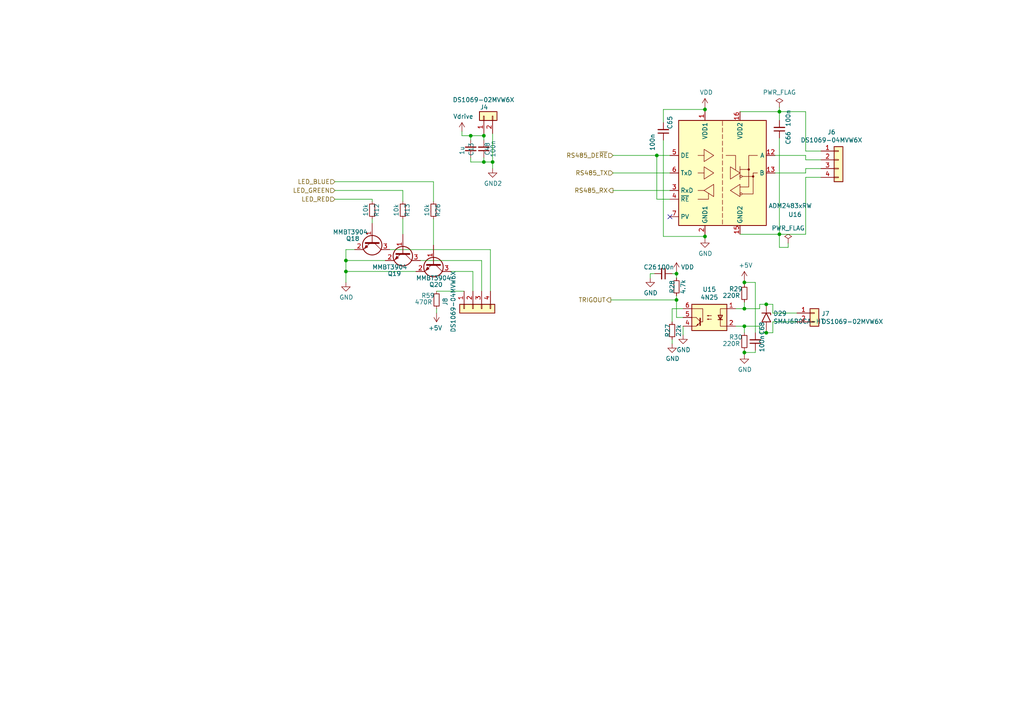
<source format=kicad_sch>
(kicad_sch (version 20200618) (host eeschema "5.99.0-unknown-f3f1740~101~ubuntu18.04.1")
  (page 3 8)
  (paper "A4")
  (lib_symbols
    (symbol "Connector_Generic:Conn_01x02" (pin_names hide)
      (property "Reference" "J" (at 0 2.54 0))
      (property "Value" "Conn_01x02" (at 0 -5.08 0))
      (symbol "Conn_01x02_1_1"
        (rectangle (start -1.27 -2.413) (end 0 -2.667))
        (rectangle (start -1.27 0.127) (end 0 -0.127))
        (rectangle (start -1.27 1.27) (end 1.27 -3.81) (stroke (width 0.254)) (fill (type background)))
        (pin passive line (at -5.08 0 0) (length 3.81) (name "Pin_1") (number "1"))
        (pin passive line (at -5.08 -2.54 0) (length 3.81) (name "Pin_2") (number "2"))
      )
    )
    (symbol "Connector_Generic:Conn_01x04" (pin_names hide)
      (property "Reference" "J" (at 0 5.08 0))
      (property "Value" "Conn_01x04" (at 0 -7.62 0))
      (symbol "Conn_01x04_1_1"
        (rectangle (start -1.27 -4.953) (end 0 -5.207))
        (rectangle (start -1.27 -2.413) (end 0 -2.667))
        (rectangle (start -1.27 2.667) (end 0 2.413))
        (rectangle (start -1.27 3.81) (end 1.27 -6.35) (stroke (width 0.254)) (fill (type background)))
        (rectangle (start -1.27 0.127) (end 0 -0.127))
        (pin passive line (at -5.08 2.54 0) (length 3.81) (name "Pin_1") (number "1"))
        (pin passive line (at -5.08 0 0) (length 3.81) (name "Pin_2") (number "2"))
        (pin passive line (at -5.08 -2.54 0) (length 3.81) (name "Pin_3") (number "3"))
        (pin passive line (at -5.08 -5.08 0) (length 3.81) (name "Pin_4") (number "4"))
      )
    )
    (symbol "Device:C_Small" (pin_numbers hide) (pin_names (offset 0.254) hide)
      (property "Reference" "C" (at 0.254 1.778 0))
      (property "Value" "C_Small" (at 0.254 -2.032 0))
      (symbol "C_Small_0_1"
        (polyline (pts (xy -1.524 -0.508) (xy 1.524 -0.508)) (stroke (width 0.3302)))
        (polyline (pts (xy -1.524 0.508) (xy 1.524 0.508)) (stroke (width 0.3048)))
      )
      (symbol "C_Small_1_1"
        (pin passive line (at 0 2.54 270) (length 2.032) (name "~") (number "1"))
        (pin passive line (at 0 -2.54 90) (length 2.032) (name "~") (number "2"))
      )
    )
    (symbol "Device:C_Small_1" (pin_numbers hide) (pin_names (offset 0.254) hide)
      (property "Reference" "C" (at 0.254 1.778 0))
      (property "Value" "C_Small" (at 0.254 -2.032 0))
      (symbol "C_Small_1_0_1"
        (polyline (pts (xy -1.524 -0.508) (xy 1.524 -0.508)) (stroke (width 0.3302)))
        (polyline (pts (xy -1.524 0.508) (xy 1.524 0.508)) (stroke (width 0.3048)))
      )
      (symbol "C_Small_1_1_1"
        (pin passive line (at 0 2.54 270) (length 2.032) (name "~") (number "1"))
        (pin passive line (at 0 -2.54 90) (length 2.032) (name "~") (number "2"))
      )
    )
    (symbol "Device:C_Small_3" (pin_numbers hide) (pin_names (offset 0.254) hide)
      (property "Reference" "C" (at 0.254 1.778 0))
      (property "Value" "C_Small" (at 0.254 -2.032 0))
      (symbol "C_Small_3_0_1"
        (polyline (pts (xy -1.524 -0.508) (xy 1.524 -0.508)) (stroke (width 0.3302)))
        (polyline (pts (xy -1.524 0.508) (xy 1.524 0.508)) (stroke (width 0.3048)))
      )
      (symbol "C_Small_3_1_1"
        (pin passive line (at 0 2.54 270) (length 2.032) (name "~") (number "1"))
        (pin passive line (at 0 -2.54 90) (length 2.032) (name "~") (number "2"))
      )
    )
    (symbol "Device:C_Small_4" (pin_numbers hide) (pin_names (offset 0.254) hide)
      (property "Reference" "C" (at 0.254 1.778 0))
      (property "Value" "C_Small" (at 0.254 -2.032 0))
      (symbol "C_Small_4_0_1"
        (polyline (pts (xy -1.524 -0.508) (xy 1.524 -0.508)) (stroke (width 0.3302)))
        (polyline (pts (xy -1.524 0.508) (xy 1.524 0.508)) (stroke (width 0.3048)))
      )
      (symbol "C_Small_4_1_1"
        (pin passive line (at 0 2.54 270) (length 2.032) (name "~") (number "1"))
        (pin passive line (at 0 -2.54 90) (length 2.032) (name "~") (number "2"))
      )
    )
    (symbol "Device:C_Small_5" (pin_numbers hide) (pin_names (offset 0.254) hide)
      (property "Reference" "C" (at 0.254 1.778 0))
      (property "Value" "C_Small" (at 0.254 -2.032 0))
      (symbol "C_Small_5_0_1"
        (polyline (pts (xy -1.524 -0.508) (xy 1.524 -0.508)) (stroke (width 0.3302)))
        (polyline (pts (xy -1.524 0.508) (xy 1.524 0.508)) (stroke (width 0.3048)))
      )
      (symbol "C_Small_5_1_1"
        (pin passive line (at 0 2.54 270) (length 2.032) (name "~") (number "1"))
        (pin passive line (at 0 -2.54 90) (length 2.032) (name "~") (number "2"))
      )
    )
    (symbol "Device:R_Small" (pin_numbers hide) (pin_names (offset 0.254) hide)
      (property "Reference" "R" (at 0.762 0.508 0))
      (property "Value" "R_Small" (at 0.762 -1.016 0))
      (symbol "R_Small_0_1"
        (rectangle (start -0.762 1.778) (end 0.762 -1.778) (stroke (width 0.2032)))
      )
      (symbol "R_Small_1_1"
        (pin passive line (at 0 2.54 270) (length 0.762) (name "~") (number "1"))
        (pin passive line (at 0 -2.54 90) (length 0.762) (name "~") (number "2"))
      )
    )
    (symbol "Device:R_Small_1" (pin_numbers hide) (pin_names (offset 0.254) hide)
      (property "Reference" "R" (at 0.762 0.508 0))
      (property "Value" "R_Small" (at 0.762 -1.016 0))
      (symbol "R_Small_1_0_1"
        (rectangle (start -0.762 1.778) (end 0.762 -1.778) (stroke (width 0.2032)))
      )
      (symbol "R_Small_1_1_1"
        (pin passive line (at 0 2.54 270) (length 0.762) (name "~") (number "1"))
        (pin passive line (at 0 -2.54 90) (length 0.762) (name "~") (number "2"))
      )
    )
    (symbol "Device:R_Small_16" (pin_numbers hide) (pin_names (offset 0.254) hide)
      (property "Reference" "R" (at 0.762 0.508 0))
      (property "Value" "R_Small" (at 0.762 -1.016 0))
      (symbol "R_Small_16_0_1"
        (rectangle (start -0.762 1.778) (end 0.762 -1.778) (stroke (width 0.2032)))
      )
      (symbol "R_Small_16_1_1"
        (pin passive line (at 0 2.54 270) (length 0.762) (name "~") (number "1"))
        (pin passive line (at 0 -2.54 90) (length 0.762) (name "~") (number "2"))
      )
    )
    (symbol "Device:R_Small_5" (pin_numbers hide) (pin_names (offset 0.254) hide)
      (property "Reference" "R" (at 0.762 0.508 0))
      (property "Value" "R_Small" (at 0.762 -1.016 0))
      (symbol "R_Small_5_0_1"
        (rectangle (start -0.762 1.778) (end 0.762 -1.778) (stroke (width 0.2032)))
      )
      (symbol "R_Small_5_1_1"
        (pin passive line (at 0 2.54 270) (length 0.762) (name "~") (number "1"))
        (pin passive line (at 0 -2.54 90) (length 0.762) (name "~") (number "2"))
      )
    )
    (symbol "Device:R_Small_6" (pin_numbers hide) (pin_names (offset 0.254) hide)
      (property "Reference" "R" (at 0.762 0.508 0))
      (property "Value" "R_Small" (at 0.762 -1.016 0))
      (symbol "R_Small_6_0_1"
        (rectangle (start -0.762 1.778) (end 0.762 -1.778) (stroke (width 0.2032)))
      )
      (symbol "R_Small_6_1_1"
        (pin passive line (at 0 2.54 270) (length 0.762) (name "~") (number "1"))
        (pin passive line (at 0 -2.54 90) (length 0.762) (name "~") (number "2"))
      )
    )
    (symbol "Device:R_Small_7" (pin_numbers hide) (pin_names (offset 0.254) hide)
      (property "Reference" "R" (at 0.762 0.508 0))
      (property "Value" "R_Small" (at 0.762 -1.016 0))
      (symbol "R_Small_7_0_1"
        (rectangle (start -0.762 1.778) (end 0.762 -1.778) (stroke (width 0.2032)))
      )
      (symbol "R_Small_7_1_1"
        (pin passive line (at 0 2.54 270) (length 0.762) (name "~") (number "1"))
        (pin passive line (at 0 -2.54 90) (length 0.762) (name "~") (number "2"))
      )
    )
    (symbol "Device:R_Small_8" (pin_numbers hide) (pin_names (offset 0.254) hide)
      (property "Reference" "R" (at 0.762 0.508 0))
      (property "Value" "R_Small" (at 0.762 -1.016 0))
      (symbol "R_Small_8_0_1"
        (rectangle (start -0.762 1.778) (end 0.762 -1.778) (stroke (width 0.2032)))
      )
      (symbol "R_Small_8_1_1"
        (pin passive line (at 0 2.54 270) (length 0.762) (name "~") (number "1"))
        (pin passive line (at 0 -2.54 90) (length 0.762) (name "~") (number "2"))
      )
    )
    (symbol "Device:R_Small_9" (pin_numbers hide) (pin_names (offset 0.254) hide)
      (property "Reference" "R" (at 0.762 0.508 0))
      (property "Value" "R_Small" (at 0.762 -1.016 0))
      (symbol "R_Small_9_0_1"
        (rectangle (start -0.762 1.778) (end 0.762 -1.778) (stroke (width 0.2032)))
      )
      (symbol "R_Small_9_1_1"
        (pin passive line (at 0 2.54 270) (length 0.762) (name "~") (number "1"))
        (pin passive line (at 0 -2.54 90) (length 0.762) (name "~") (number "2"))
      )
    )
    (symbol "Diode:1.5KExxA" (pin_numbers hide) (pin_names hide)
      (property "Reference" "D" (at 0 2.54 0))
      (property "Value" "1.5KExxA" (at 0 -2.54 0))
      (symbol "1.5KExxA_0_1"
        (polyline (pts (xy -0.762 1.27) (xy -1.27 1.27) (xy -1.27 -1.27)) (stroke (width 0.254)))
        (polyline (pts (xy 1.27 1.27) (xy 1.27 -1.27) (xy -1.27 0) (xy 1.27 1.27)) (stroke (width 0.254)))
      )
      (symbol "1.5KExxA_1_1"
        (pin passive line (at -3.81 0 0) (length 2.54) (name "A1") (number "1"))
        (pin passive line (at 3.81 0 180) (length 2.54) (name "A2") (number "2"))
      )
    )
    (symbol "Interface_UART:ADM2483xRW" (pin_names (offset 0.508))
      (property "Reference" "U" (at -12.7 16.51 0))
      (property "Value" "ADM2483xRW" (at 6.35 16.51 0))
      (symbol "ADM2483xRW_0_1"
        (circle (center 5.3848 -6.0706) (radius 0.3048))
        (circle (center 5.3848 -0.9906) (radius 0.3048))
        (circle (center 7.62 1.016) (radius 0.254) (fill (type outline)))
        (circle (center 8.89 -1.016) (radius 0.254) (fill (type outline)))
        (rectangle (start -12.7 15.24) (end 12.7 -15.24) (stroke (width 0.254)) (fill (type background)))
        (polyline (pts (xy -5.334 -5.08) (xy -7.112 -5.08)))
        (polyline (pts (xy -5.334 0) (xy -7.112 0)))
        (polyline (pts (xy -5.334 5.08) (xy -7.112 5.08)))
        (polyline (pts (xy 5.08 1.016) (xy 7.62 1.016)))
        (polyline (pts (xy 5.08 1.905) (xy 5.08 -1.905)))
        (polyline (pts (xy 5.715 -1.016) (xy 8.89 -1.016)))
        (polyline (pts (xy -7.112 -7.62) (xy -4.064 -7.62) (xy -4.064 -5.969)))
        (polyline (pts (xy 1.016 5.08) (xy 3.81 5.08) (xy 3.81 0.889)))
        (polyline (pts (xy -5.334 -5.08) (xy -2.54 -3.302) (xy -2.54 -6.858) (xy -5.334 -5.08)))
        (polyline (pts (xy -2.54 0) (xy -5.334 1.778) (xy -5.334 -1.778) (xy -2.54 0)))
        (polyline (pts (xy -2.54 5.08) (xy -5.334 6.858) (xy -5.334 3.302) (xy -2.54 5.08)))
        (polyline (pts (xy 2.286 -5.08) (xy 5.08 -3.302) (xy 5.08 -6.858) (xy 2.286 -5.08)))
        (polyline (pts (xy 5.08 -4.064) (xy 7.62 -4.064) (xy 7.62 5.08) (xy 10.16 5.08)))
        (polyline (pts (xy 5.08 0) (xy 2.286 1.778) (xy 2.286 -1.778) (xy 5.08 0)))
        (polyline (pts (xy 5.715 -6.096) (xy 8.89 -6.096) (xy 8.89 0) (xy 10.16 0)))
      )
      (symbol "ADM2483xRW_0_0"
        (polyline (pts (xy 0 -13.589) (xy 0 -14.859)))
        (polyline (pts (xy 0 -11.684) (xy 0 -12.954)))
        (polyline (pts (xy 0 -9.779) (xy 0 -11.049)))
        (polyline (pts (xy 0 -7.874) (xy 0 -9.144)))
        (polyline (pts (xy 0 -5.969) (xy 0 -7.239)))
        (polyline (pts (xy 0 -4.064) (xy 0 -5.334)))
        (polyline (pts (xy 0 -2.159) (xy 0 -3.429)))
        (polyline (pts (xy 0 -0.254) (xy 0 -1.524)))
        (polyline (pts (xy 0 1.651) (xy 0 0.381)))
        (polyline (pts (xy 0 3.556) (xy 0 2.286)))
        (polyline (pts (xy 0 5.461) (xy 0 4.191)))
        (polyline (pts (xy 0 7.366) (xy 0 6.096)))
        (polyline (pts (xy 0 9.271) (xy 0 8.001)))
        (polyline (pts (xy 0 11.176) (xy 0 9.906)))
        (polyline (pts (xy 0 13.081) (xy 0 11.811)))
        (polyline (pts (xy 0 14.986) (xy 0 13.716)))
      )
      (symbol "ADM2483xRW_1_1"
        (pin power_in line (at -5.08 17.78 270) (length 2.54) (name "VDD1") (number "1"))
        (pin unconnected line (at 7.62 -15.24 90) (length 2.54) hide (name "NC") (number "10"))
        (pin unconnected line (at 12.7 -7.62 180) (length 2.54) hide (name "NC") (number "11"))
        (pin bidirectional line (at 15.24 5.08 180) (length 2.54) (name "A") (number "12"))
        (pin bidirectional line (at 15.24 0 180) (length 2.54) (name "B") (number "13"))
        (pin unconnected line (at 12.7 7.62 180) (length 2.54) hide (name "NC") (number "14"))
        (pin power_in line (at 5.08 -17.78 90) (length 2.54) (name "GND2") (number "15"))
        (pin power_in line (at 5.08 17.78 270) (length 2.54) (name "VDD2") (number "16"))
        (pin power_in line (at -5.08 -17.78 90) (length 2.54) (name "GND1") (number "2"))
        (pin output line (at -15.24 -5.08 0) (length 2.54) (name "RxD") (number "3"))
        (pin input line (at -15.24 -7.62 0) (length 2.54) (name "~RE") (number "4"))
        (pin input line (at -15.24 5.08 0) (length 2.54) (name "DE") (number "5"))
        (pin input line (at -15.24 0 0) (length 2.54) (name "TxD") (number "6"))
        (pin input line (at -15.24 -12.7 0) (length 2.54) (name "PV") (number "7"))
        (pin passive line (at -5.08 -17.78 90) (length 2.54) hide (name "GND1") (number "8"))
        (pin passive line (at 5.08 -17.78 90) (length 2.54) hide (name "GND2") (number "9"))
      )
    )
    (symbol "Isolator:4N25"
      (property "Reference" "U" (at -5.08 5.08 0))
      (property "Value" "4N25" (at 0 5.08 0))
      (symbol "4N25_0_1"
        (rectangle (start -5.08 3.81) (end 5.08 -3.81) (stroke (width 0.254)) (fill (type background)))
        (polyline (pts (xy -3.81 -0.635) (xy -2.54 -0.635)) (stroke (width 0.254)))
        (polyline (pts (xy 2.667 -1.397) (xy 3.81 -2.54)))
        (polyline (pts (xy 2.667 -1.143) (xy 3.81 0)))
        (polyline (pts (xy 3.81 -2.54) (xy 5.08 -2.54)))
        (polyline (pts (xy 3.81 0) (xy 5.08 0)))
        (polyline (pts (xy 2.667 -0.254) (xy 2.667 -2.286) (xy 2.667 -2.286)) (stroke (width 0.3556)))
        (polyline (pts (xy -5.08 -2.54) (xy -3.175 -2.54) (xy -3.175 2.54) (xy -5.08 2.54)))
        (polyline (pts (xy -3.175 -0.635) (xy -3.81 0.635) (xy -2.54 0.635) (xy -3.175 -0.635)) (stroke (width 0.254)))
        (polyline (pts (xy 3.683 -2.413) (xy 3.429 -1.905) (xy 3.175 -2.159) (xy 3.683 -2.413)))
        (polyline (pts (xy 5.08 2.54) (xy 1.905 2.54) (xy 1.905 -1.27) (xy 2.54 -1.27)))
        (polyline (pts (xy -0.635 -0.508) (xy 0.635 -0.508) (xy 0.254 -0.635) (xy 0.254 -0.381) (xy 0.635 -0.508)))
        (polyline (pts (xy -0.635 0.508) (xy 0.635 0.508) (xy 0.254 0.381) (xy 0.254 0.635) (xy 0.635 0.508)))
      )
      (symbol "4N25_1_1"
        (pin passive line (at -7.62 2.54 0) (length 2.54) (name "~") (number "1"))
        (pin passive line (at -7.62 -2.54 0) (length 2.54) (name "~") (number "2"))
        (pin unconnected line (at -5.08 0 0) (length 2.54) hide (name "NC") (number "3"))
        (pin passive line (at 7.62 -2.54 180) (length 2.54) (name "~") (number "4"))
        (pin passive line (at 7.62 0 180) (length 2.54) (name "~") (number "5"))
        (pin passive line (at 7.62 2.54 180) (length 2.54) (name "~") (number "6"))
      )
    )
    (symbol "Transistor_BJT:MMBT3904" (pin_names (offset 0) hide)
      (property "Reference" "Q" (at 5.08 1.905 0))
      (property "Value" "MMBT3904" (at 5.08 0 0))
      (symbol "MMBT3904_0_1"
        (circle (center 1.27 0) (radius 2.8194) (stroke (width 0.254)))
        (polyline (pts (xy 0.635 0.635) (xy 2.54 2.54)))
        (polyline (pts (xy 0.635 -0.635) (xy 2.54 -2.54) (xy 2.54 -2.54)))
        (polyline (pts (xy 0.635 1.905) (xy 0.635 -1.905) (xy 0.635 -1.905)) (stroke (width 0.508)))
        (polyline (pts (xy 1.27 -1.778) (xy 1.778 -1.27) (xy 2.286 -2.286) (xy 1.27 -1.778) (xy 1.27 -1.778)) (fill (type outline)))
      )
      (symbol "MMBT3904_1_1"
        (pin input line (at -5.08 0 0) (length 5.715) (name "B") (number "1"))
        (pin passive line (at 2.54 -5.08 90) (length 2.54) (name "E") (number "2"))
        (pin passive line (at 2.54 5.08 270) (length 2.54) (name "C") (number "3"))
      )
    )
    (symbol "power:+5V" (power) (pin_names (offset 0))
      (property "Value" "+5V" (at 0 3.556 0))
      (symbol "+5V_0_1"
        (polyline (pts (xy -0.762 1.27) (xy 0 2.54)))
        (polyline (pts (xy 0 0) (xy 0 2.54)))
        (polyline (pts (xy 0 2.54) (xy 0.762 1.27)))
      )
      (symbol "+5V_1_1"
        (pin power_in line (at 0 0 90) (length 0) hide (name "+5V") (number "1"))
      )
    )
    (symbol "power:GND" (power) (pin_names (offset 0))
      (property "Value" "GND" (at 0 -3.81 0))
      (symbol "GND_0_1"
        (polyline (pts (xy 0 0) (xy 0 -1.27) (xy 1.27 -1.27) (xy 0 -2.54) (xy -1.27 -1.27) (xy 0 -1.27)))
      )
      (symbol "GND_1_1"
        (pin power_in line (at 0 0 270) (length 0) hide (name "GND") (number "1"))
      )
    )
    (symbol "power:GND2" (power) (pin_names (offset 0))
      (property "Value" "GND2" (at 0 -3.81 0))
      (symbol "GND2_0_1"
        (polyline (pts (xy 0 0) (xy 0 -1.27) (xy 1.27 -1.27) (xy 0 -2.54) (xy -1.27 -1.27) (xy 0 -1.27)))
      )
      (symbol "GND2_1_1"
        (pin power_in line (at 0 0 270) (length 0) hide (name "GND2") (number "1"))
      )
    )
    (symbol "power:PWR_FLAG" (power) (pin_numbers hide) (pin_names (offset 0) hide)
      (property "Value" "PWR_FLAG" (at 0 3.81 0))
      (symbol "PWR_FLAG_0_1"
        (polyline (pts (xy 0 0) (xy 0 1.27) (xy -1.016 1.905) (xy 0 2.54) (xy 1.016 1.905) (xy 0 1.27)))
      )
      (symbol "PWR_FLAG_0_0"
        (pin power_out line (at 0 0 90) (length 0) (name "pwr") (number "1"))
      )
    )
    (symbol "power:VDD" (power) (pin_names (offset 0))
      (property "Value" "VDD" (at 0 3.81 0))
      (symbol "VDD_0_1"
        (polyline (pts (xy -0.762 1.27) (xy 0 2.54)))
        (polyline (pts (xy 0 0) (xy 0 2.54)))
        (polyline (pts (xy 0 2.54) (xy 0.762 1.27)))
      )
      (symbol "VDD_1_1"
        (pin power_in line (at 0 0 90) (length 0) hide (name "VDD") (number "1"))
      )
    )
    (symbol "power:Vdrive" (power) (pin_names (offset 0))
      (property "Value" "Vdrive" (at 0 3.81 0))
      (symbol "Vdrive_0_1"
        (polyline (pts (xy -0.762 1.27) (xy 0 2.54)))
        (polyline (pts (xy 0 0) (xy 0 2.54)))
        (polyline (pts (xy 0 2.54) (xy 0.762 1.27)))
      )
      (symbol "Vdrive_1_1"
        (pin power_in line (at 0 0 90) (length 0) hide (name "Vdrive") (number "1"))
      )
    )
  )
  (junction (at 100.33 75.565))
  (junction (at 100.33 78.74))
  (junction (at 136.525 39.37))
  (junction (at 140.335 39.37))
  (junction (at 140.335 46.99))
  (junction (at 142.875 46.99))
  (junction (at 190.5 45.085))
  (junction (at 196.215 79.375))
  (junction (at 196.215 86.995))
  (junction (at 204.47 31.75))
  (junction (at 204.47 68.58))
  (junction (at 215.9 81.915))
  (junction (at 215.9 89.535))
  (junction (at 215.9 94.615))
  (junction (at 215.9 102.235))
  (junction (at 222.25 88.265))
  (junction (at 222.25 96.52))
  (junction (at 226.06 32.385))
  (junction (at 226.06 67.945))
  (no_connect (at 194.31 62.865))
  (wire (pts (xy 97.155 52.705) (xy 125.73 52.705)))
  (wire (pts (xy 97.155 55.245) (xy 116.84 55.245)))
  (wire (pts (xy 97.155 57.785) (xy 107.95 57.785)))
  (wire (pts (xy 100.33 72.39) (xy 100.33 75.565)))
  (wire (pts (xy 100.33 72.39) (xy 102.87 72.39)))
  (wire (pts (xy 100.33 75.565) (xy 100.33 78.74)))
  (wire (pts (xy 100.33 75.565) (xy 111.76 75.565)))
  (wire (pts (xy 100.33 78.74) (xy 100.33 81.915)))
  (wire (pts (xy 100.33 78.74) (xy 120.65 78.74)))
  (wire (pts (xy 107.95 57.785) (xy 107.95 58.42)))
  (wire (pts (xy 107.95 63.5) (xy 107.95 64.77)))
  (wire (pts (xy 113.03 72.39) (xy 142.24 72.39)))
  (wire (pts (xy 116.84 55.245) (xy 116.84 58.42)))
  (wire (pts (xy 116.84 63.5) (xy 116.84 67.945)))
  (wire (pts (xy 121.92 75.565) (xy 139.7 75.565)))
  (wire (pts (xy 125.73 52.705) (xy 125.73 58.42)))
  (wire (pts (xy 125.73 63.5) (xy 125.73 71.12)))
  (wire (pts (xy 126.619 84.455) (xy 134.62 84.455)))
  (wire (pts (xy 126.619 90.805) (xy 126.619 89.535)))
  (wire (pts (xy 130.81 78.74) (xy 137.16 78.74)))
  (wire (pts (xy 133.985 38.1) (xy 133.985 39.37)))
  (wire (pts (xy 133.985 39.37) (xy 136.525 39.37)))
  (wire (pts (xy 136.525 39.37) (xy 136.525 40.64)))
  (wire (pts (xy 136.525 39.37) (xy 140.335 39.37)))
  (wire (pts (xy 136.525 45.72) (xy 136.525 46.99)))
  (wire (pts (xy 136.525 46.99) (xy 140.335 46.99)))
  (wire (pts (xy 137.16 78.74) (xy 137.16 84.455)))
  (wire (pts (xy 139.7 84.455) (xy 139.7 75.565)))
  (wire (pts (xy 140.335 38.735) (xy 140.335 39.37)))
  (wire (pts (xy 140.335 39.37) (xy 140.335 40.64)))
  (wire (pts (xy 140.335 46.99) (xy 140.335 45.72)))
  (wire (pts (xy 140.335 46.99) (xy 142.875 46.99)))
  (wire (pts (xy 142.24 72.39) (xy 142.24 84.455)))
  (wire (pts (xy 142.875 38.735) (xy 142.875 46.99)))
  (wire (pts (xy 142.875 46.99) (xy 142.875 48.895)))
  (wire (pts (xy 177.165 86.995) (xy 196.215 86.995)))
  (wire (pts (xy 177.8 45.085) (xy 190.5 45.085)))
  (wire (pts (xy 177.8 50.165) (xy 194.31 50.165)))
  (wire (pts (xy 177.8 55.245) (xy 194.31 55.245)))
  (wire (pts (xy 188.595 79.375) (xy 188.595 80.645)))
  (wire (pts (xy 189.865 79.375) (xy 188.595 79.375)))
  (wire (pts (xy 190.5 45.085) (xy 194.31 45.085)))
  (wire (pts (xy 190.5 57.785) (xy 190.5 45.085)))
  (wire (pts (xy 192.405 31.75) (xy 192.405 35.56)))
  (wire (pts (xy 192.405 31.75) (xy 204.47 31.75)))
  (wire (pts (xy 192.405 40.64) (xy 192.405 68.58)))
  (wire (pts (xy 192.405 68.58) (xy 204.47 68.58)))
  (wire (pts (xy 194.31 57.785) (xy 190.5 57.785)))
  (wire (pts (xy 194.945 79.375) (xy 196.215 79.375)))
  (wire (pts (xy 194.945 89.535) (xy 198.12 89.535)))
  (wire (pts (xy 194.945 93.345) (xy 194.945 89.535)))
  (wire (pts (xy 194.945 98.425) (xy 194.945 99.695)))
  (wire (pts (xy 196.215 78.74) (xy 196.215 79.375)))
  (wire (pts (xy 196.215 79.375) (xy 196.215 80.645)))
  (wire (pts (xy 196.215 85.725) (xy 196.215 86.995)))
  (wire (pts (xy 196.215 86.995) (xy 196.215 92.075)))
  (wire (pts (xy 196.215 92.075) (xy 198.12 92.075)))
  (wire (pts (xy 198.12 97.155) (xy 198.12 94.615)))
  (wire (pts (xy 204.47 31.115) (xy 204.47 31.75)))
  (wire (pts (xy 204.47 31.75) (xy 204.47 32.385)))
  (wire (pts (xy 204.47 67.945) (xy 204.47 68.58)))
  (wire (pts (xy 204.47 68.58) (xy 204.47 69.215)))
  (wire (pts (xy 213.36 89.535) (xy 215.9 89.535)))
  (wire (pts (xy 213.36 94.615) (xy 215.9 94.615)))
  (wire (pts (xy 214.63 32.385) (xy 226.06 32.385)))
  (wire (pts (xy 214.63 67.945) (xy 226.06 67.945)))
  (wire (pts (xy 215.9 81.28) (xy 215.9 81.915)))
  (wire (pts (xy 215.9 81.915) (xy 215.9 82.55)))
  (wire (pts (xy 215.9 87.63) (xy 215.9 89.535)))
  (wire (pts (xy 215.9 89.535) (xy 220.345 89.535)))
  (wire (pts (xy 215.9 94.615) (xy 215.9 96.52)))
  (wire (pts (xy 215.9 94.615) (xy 220.345 94.615)))
  (wire (pts (xy 215.9 101.6) (xy 215.9 102.235)))
  (wire (pts (xy 215.9 102.235) (xy 215.9 102.87)))
  (wire (pts (xy 215.9 102.235) (xy 219.075 102.235)))
  (wire (pts (xy 219.075 81.915) (xy 215.9 81.915)))
  (wire (pts (xy 219.075 96.52) (xy 219.075 81.915)))
  (wire (pts (xy 219.075 102.235) (xy 219.075 101.6)))
  (wire (pts (xy 220.345 88.265) (xy 220.345 89.535)))
  (wire (pts (xy 220.345 88.265) (xy 222.25 88.265)))
  (wire (pts (xy 220.345 94.615) (xy 220.345 96.52)))
  (wire (pts (xy 220.345 96.52) (xy 222.25 96.52)))
  (wire (pts (xy 222.25 88.265) (xy 224.155 88.265)))
  (wire (pts (xy 222.25 95.885) (xy 222.25 96.52)))
  (wire (pts (xy 222.25 96.52) (xy 224.155 96.52)))
  (wire (pts (xy 224.155 88.265) (xy 224.155 90.805)))
  (wire (pts (xy 224.155 93.345) (xy 231.14 93.345)))
  (wire (pts (xy 224.155 96.52) (xy 224.155 93.345)))
  (wire (pts (xy 224.79 45.085) (xy 233.68 45.085)))
  (wire (pts (xy 224.79 50.165) (xy 233.68 50.165)))
  (wire (pts (xy 226.06 31.115) (xy 226.06 32.385)))
  (wire (pts (xy 226.06 32.385) (xy 226.06 34.925)))
  (wire (pts (xy 226.06 32.385) (xy 233.68 32.385)))
  (wire (pts (xy 226.06 40.005) (xy 226.06 67.945)))
  (wire (pts (xy 226.06 67.945) (xy 226.06 71.755)))
  (wire (pts (xy 226.06 67.945) (xy 233.68 67.945)))
  (wire (pts (xy 226.06 71.755) (xy 228.6 71.755)))
  (wire (pts (xy 228.6 71.755) (xy 228.6 70.485)))
  (wire (pts (xy 231.14 90.805) (xy 224.155 90.805)))
  (wire (pts (xy 233.68 32.385) (xy 233.68 43.815)))
  (wire (pts (xy 233.68 43.815) (xy 238.125 43.815)))
  (wire (pts (xy 233.68 45.085) (xy 233.68 46.355)))
  (wire (pts (xy 233.68 46.355) (xy 238.125 46.355)))
  (wire (pts (xy 233.68 48.895) (xy 238.125 48.895)))
  (wire (pts (xy 233.68 50.165) (xy 233.68 48.895)))
  (wire (pts (xy 233.68 51.435) (xy 233.68 67.945)))
  (wire (pts (xy 238.125 51.435) (xy 233.68 51.435)))
  (hierarchical_label "LED_BLUE" (shape input) (at 97.155 52.705 180))
  (hierarchical_label "LED_GREEN" (shape input) (at 97.155 55.245 180))
  (hierarchical_label "LED_RED" (shape input) (at 97.155 57.785 180))
  (hierarchical_label "TRIGOUT" (shape output) (at 177.165 86.995 180))
  (hierarchical_label "RS485_DE~RE" (shape input) (at 177.8 45.085 180))
  (hierarchical_label "RS485_TX" (shape input) (at 177.8 50.165 180))
  (hierarchical_label "RS485_RX" (shape output) (at 177.8 55.245 180))
  (symbol (lib_id "power:PWR_FLAG") (at 226.06 31.115 0)
    (property "Reference" "#FLG0124" (effects hide))
    (property "Value" "PWR_FLAG" (at 226.06 26.7906 0))
  )
  (symbol (lib_id "power:PWR_FLAG") (at 228.6 70.485 0)
    (property "Reference" "#FLG0125" (effects hide))
    (property "Value" "PWR_FLAG" (at 228.6 66.167 0))
  )
  (symbol (lib_id "power:+5V") (at 126.619 90.805 180)
    (property "Reference" "#PWR0111" (effects hide))
    (property "Value" "+5V" (at 126.2507 95.1294 0))
  )
  (symbol (lib_id "power:Vdrive") (at 133.985 38.1 0)
    (property "Reference" "#PWR0117" (effects hide))
    (property "Value" "Vdrive" (at 134.366 33.782 0))
  )
  (symbol (lib_id "power:VDD") (at 196.215 78.74 0)
    (property "Reference" "#PWR0113" (effects hide))
    (property "Value" "VDD" (at 199.39 77.47 0))
  )
  (symbol (lib_id "power:VDD") (at 204.47 31.115 0)
    (property "Reference" "#PWR071" (effects hide))
    (property "Value" "VDD" (at 204.851 26.797 0))
  )
  (symbol (lib_id "power:+5V") (at 215.9 81.28 0)
    (property "Reference" "#PWR033" (effects hide))
    (property "Value" "+5V" (at 216.2683 76.9556 0))
  )
  (symbol (lib_id "power:GND") (at 100.33 81.915 0)
    (property "Reference" "#PWR0108" (effects hide))
    (property "Value" "GND" (at 100.4443 86.2394 0))
  )
  (symbol (lib_id "power:GND2") (at 142.875 48.895 0)
    (property "Reference" "#PWR0110" (effects hide))
    (property "Value" "GND2" (at 142.9893 53.2194 0))
  )
  (symbol (lib_id "power:GND") (at 188.595 80.645 0)
    (property "Reference" "#PWR0112" (effects hide))
    (property "Value" "GND" (at 188.7093 84.9694 0))
  )
  (symbol (lib_id "power:GND") (at 194.945 99.695 0)
    (property "Reference" "#PWR0114" (effects hide))
    (property "Value" "GND" (at 195.072 104.013 0))
  )
  (symbol (lib_id "power:GND") (at 198.12 97.155 0)
    (property "Reference" "#PWR0115" (effects hide))
    (property "Value" "GND" (at 198.247 101.473 0))
  )
  (symbol (lib_id "power:GND") (at 204.47 69.215 0)
    (property "Reference" "#PWR0107" (effects hide))
    (property "Value" "GND" (at 204.5843 73.5394 0))
  )
  (symbol (lib_id "power:GND") (at 215.9 102.87 0)
    (property "Reference" "#PWR0116" (effects hide))
    (property "Value" "GND" (at 216.027 107.188 0))
  )
  (symbol (lib_name "Device:R_Small_6") (lib_id "Device:R_Small") (at 107.95 60.96 0)
    (property "Reference" "R12" (at 109.22 60.96 90))
    (property "Value" "10k" (at 106.045 60.96 90))
    (property "Footprint" "Resistor_SMD:R_0805_2012Metric" (effects hide))
    (property "Link" "https://ozdisan.com/passive-components/resistors/smt-smd-and-chip-resistors/0805S8J0103T5E" (effects hide))
    (property "Price" "0.01518TL" (effects hide))
  )
  (symbol (lib_name "Device:R_Small_7") (lib_id "Device:R_Small") (at 116.84 60.96 0)
    (property "Reference" "R13" (at 118.11 60.96 90))
    (property "Value" "10k" (at 114.935 60.96 90))
    (property "Footprint" "Resistor_SMD:R_0805_2012Metric" (effects hide))
    (property "Link" "https://ozdisan.com/passive-components/resistors/smt-smd-and-chip-resistors/0805S8J0103T5E" (effects hide))
    (property "Price" "0.01518TL" (effects hide))
  )
  (symbol (lib_name "Device:R_Small_8") (lib_id "Device:R_Small") (at 125.73 60.96 0)
    (property "Reference" "R26" (at 127 60.96 90))
    (property "Value" "10k" (at 123.825 60.96 90))
    (property "Footprint" "Resistor_SMD:R_0805_2012Metric" (effects hide))
    (property "Link" "https://ozdisan.com/passive-components/resistors/smt-smd-and-chip-resistors/0805S8J0103T5E" (effects hide))
    (property "Price" "0.01518TL" (effects hide))
  )
  (symbol (lib_id "Device:R_Small") (at 126.619 86.995 0)
    (property "Reference" "R59" (at 122.174 85.725 0) (effects (justify left)))
    (property "Value" "470R" (at 120.269 87.63 0) (effects (justify left)))
    (property "Footprint" "Resistor_SMD:R_0805_2012Metric" (effects hide))
    (property "Link" "https://ozdisan.com/passive-components/resistors/smt-smd-and-chip-resistors/0805S8J0471T5E" (effects hide))
    (property "Price" "0.01518TL" (effects hide))
  )
  (symbol (lib_name "Device:R_Small_16") (lib_id "Device:R_Small") (at 194.945 95.885 180) (unit 1)
    (property "Reference" "R27" (at 193.675 95.885 90))
    (property "Value" "22k" (at 196.85 95.885 90))
    (property "Footprint" "Resistor_SMD:R_0805_2012Metric" (effects hide))
    (property "Link" "https://ozdisan.com/passive-components/resistors/smt-smd-and-chip-resistors/0805S8J0223TDE" (effects hide))
    (property "Price" "0.01877TL" (effects hide))
  )
  (symbol (lib_name "Device:R_Small_1") (lib_id "Device:R_Small") (at 196.215 83.185 180) (unit 1)
    (property "Reference" "R28" (at 194.945 83.185 90))
    (property "Value" "4.7k" (at 198.12 83.185 90))
    (property "Footprint" "Resistor_SMD:R_0805_2012Metric" (effects hide))
    (property "Link" "https://ozdisan.com/passive-components/resistors/smt-smd-and-chip-resistors/0805S8F4701T5E" (effects hide))
    (property "Price" "0.01955TL" (effects hide))
  )
  (symbol (lib_name "Device:R_Small_5") (lib_id "Device:R_Small") (at 215.9 85.09 0) (unit 1)
    (property "Reference" "R29" (at 211.455 83.82 0) (effects (justify left)))
    (property "Value" "220R" (at 209.55 85.725 0) (effects (justify left)))
    (property "Footprint" "Resistor_SMD:R_0805_2012Metric" (effects hide))
    (property "Link" "https://ozdisan.com/passive-components/resistors/smt-smd-and-chip-resistors/0805S8J0221T5E" (effects hide))
    (property "Price" "0.01498TL" (effects hide))
  )
  (symbol (lib_name "Device:R_Small_9") (lib_id "Device:R_Small") (at 215.9 99.06 0) (unit 1)
    (property "Reference" "R30" (at 211.455 97.79 0) (effects (justify left)))
    (property "Value" "220R" (at 209.55 99.695 0) (effects (justify left)))
    (property "Footprint" "Resistor_SMD:R_0805_2012Metric" (effects hide))
    (property "Link" "https://ozdisan.com/passive-components/resistors/smt-smd-and-chip-resistors/0805S8J0221T5E" (effects hide))
    (property "Price" "0.01498TL" (effects hide))
  )
  (symbol (lib_name "Device:C_Small_3") (lib_id "Device:C_Small") (at 136.525 43.18 180)
    (property "Reference" "C13" (at 136.652 43.307 90))
    (property "Value" "1u " (at 133.985 43.18 90))
    (property "Footprint" "Capacitor_SMD:C_0805_2012Metric" (effects hide))
    (property "Link" "https://ozdisan.com/passive-components/capacitors/smt-smd-and-mlcc-capacitors/CL10A105KB8NNNC" (effects hide))
    (property "Price" "0.16514TL" (effects hide))
  )
  (symbol (lib_name "Device:C_Small_4") (lib_id "Device:C_Small") (at 140.335 43.18 180)
    (property "Reference" "C48" (at 141.351 43.18 90))
    (property "Value" "100n" (at 143.002 43.18 90))
    (property "Footprint" "Capacitor_SMD:C_0805_2012Metric" (effects hide))
    (property "Link" "https://ozdisan.com/passive-components/capacitors/smt-smd-and-mlcc-capacitors/CL21B104KBFWPNE" (effects hide))
    (property "Price" "0.10509TL" (effects hide))
  )
  (symbol (lib_id "Device:C_Small") (at 192.405 38.1 180)
    (property "Reference" "C65" (at 194.31 35.56 90))
    (property "Value" "100n" (at 189.23 41.275 90))
    (property "Footprint" "Capacitor_SMD:C_0805_2012Metric" (effects hide))
    (property "Link" "https://ozdisan.com/passive-components/capacitors/smt-smd-and-mlcc-capacitors/CL21B104KBFWPNE" (effects hide))
    (property "Price" "0.10509TL" (effects hide))
  )
  (symbol (lib_name "Device:C_Small_1") (lib_id "Device:C_Small") (at 192.405 79.375 270)
    (property "Reference" "C26" (at 188.595 77.47 90))
    (property "Value" "100n" (at 193.04 77.47 90))
    (property "Footprint" "Capacitor_SMD:C_0805_2012Metric" (effects hide))
    (property "Link" "https://ozdisan.com/passive-components/capacitors/smt-smd-and-mlcc-capacitors/CL21B104KBFWPNE" (effects hide))
    (property "Price" "0.10509TL" (effects hide))
  )
  (symbol (lib_name "Device:C_Small_5") (lib_id "Device:C_Small") (at 219.075 99.06 180)
    (property "Reference" "C68" (at 220.98 95.25 90))
    (property "Value" "100n" (at 220.98 99.695 90))
    (property "Footprint" "Capacitor_SMD:C_0805_2012Metric" (effects hide))
    (property "Link" "https://ozdisan.com/passive-components/capacitors/smt-smd-and-mlcc-capacitors/CL21B104KBFWPNE" (effects hide))
    (property "Price" "0.10509TL" (effects hide))
  )
  (symbol (lib_id "Device:C_Small") (at 226.06 37.465 180)
    (property "Reference" "C66" (at 228.6 40.005 90))
    (property "Value" "100n" (at 228.6 34.29 90))
    (property "Footprint" "Capacitor_SMD:C_0805_2012Metric" (effects hide))
    (property "Link" "https://ozdisan.com/passive-components/capacitors/smt-smd-and-mlcc-capacitors/CL21B104KBFWPNE" (effects hide))
    (property "Price" "0.10509TL" (effects hide))
  )
  (symbol (lib_id "Diode:1.5KExxA") (at 222.25 92.075 270)
    (property "Reference" "D29" (at 224.2821 90.9256 90) (effects (justify left)))
    (property "Value" "SMAJ6R0CA-HT" (at 224.2821 93.2243 90) (effects (justify left)))
    (property "Footprint" "oe_diode:DO214AC_SMA" (effects hide))
    (property "Link" "https://ozdisan.com/power-semiconductors/diodes-diode-modules-and-rectifiers/tvs-diodes/SMAJ6R0CA-HT" (effects hide))
    (property "Price" "0.67195TL" (effects hide))
  )
  (symbol (lib_id "Connector_Generic:Conn_01x02") (at 140.335 33.655 90)
    (property "Reference" "J4" (at 141.605 31.115 90) (effects (justify left)))
    (property "Value" "DS1069-02MVW6X" (at 149.225 28.956 90) (effects (justify left)))
    (property "Footprint" "Connector_JST:JST_EH_B2B-EH-A_1x02_P2.50mm_Vertical" (effects hide))
    (property "Link" "https://ozdisan.com/connectors-and-interconnects/rectangular-connectors/pcb-connectors/DS1069-02MVW6X" (effects hide))
    (property "Price" "0.04813TL" (effects hide))
  )
  (symbol (lib_id "Connector_Generic:Conn_01x02") (at 236.22 90.805 0)
    (property "Reference" "J7" (at 238.2521 90.9764 0) (effects (justify left)))
    (property "Value" "DS1069-02MVW6X" (at 238.2521 93.2751 0) (effects (justify left)))
    (property "Footprint" "Connector_JST:JST_EH_B2B-EH-A_1x02_P2.50mm_Vertical" (effects hide))
    (property "Link" "https://ozdisan.com/connectors-and-interconnects/rectangular-connectors/pcb-connectors/DS1069-02MVW6X" (effects hide))
    (property "Price" "0.04813TL" (effects hide))
  )
  (symbol (lib_id "Connector_Generic:Conn_01x04") (at 137.16 89.535 90) (mirror x)
    (property "Reference" "J8" (at 129.1336 87.503 0))
    (property "Value" "DS1069-04MVW6X" (at 131.445 87.503 0))
    (property "Footprint" "Connector_JST:JST_EH_B4B-EH-A_1x04_P2.50mm_Vertical" (effects hide))
    (property "Link" "https://ozdisan.com/Product/Detail/347998/DS1069-04MVW6X" (effects hide))
    (property "Price" "0.08950TL" (effects hide))
  )
  (symbol (lib_id "Connector_Generic:Conn_01x04") (at 243.205 46.355 0)
    (property "Reference" "J6" (at 241.173 38.3286 0))
    (property "Value" "DS1069-04MVW6X" (at 241.173 40.64 0))
    (property "Footprint" "Connector_JST:JST_EH_B4B-EH-A_1x04_P2.50mm_Vertical" (effects hide))
    (property "Link" "https://ozdisan.com/Product/Detail/347998/DS1069-04MVW6X" (effects hide))
    (property "Price" "0.08950TL" (effects hide))
  )
  (symbol (lib_id "Transistor_BJT:MMBT3904") (at 107.95 69.85 270)
    (property "Reference" "Q18" (at 100.33 69.215 90) (effects (justify left)))
    (property "Value" "MMBT3904" (at 96.52 67.31 90) (effects (justify left)))
    (property "Footprint" "Package_TO_SOT_SMD:SOT-23" (effects hide))
    (property "Datasheet" "https://www.fairchildsemi.com/datasheets/2N/2N3904.pdf" (effects hide))
    (property "Link" "https://ozdisan.com/Product/Detail/451907/MMBT3904LT1G" (effects hide))
    (property "Price" "0.13033TL" (effects hide))
  )
  (symbol (lib_id "Transistor_BJT:MMBT3904") (at 116.84 73.025 270)
    (property "Reference" "Q19" (at 112.395 79.375 90) (effects (justify left)))
    (property "Value" "MMBT3904" (at 107.95 77.47 90) (effects (justify left)))
    (property "Footprint" "Package_TO_SOT_SMD:SOT-23" (effects hide))
    (property "Datasheet" "https://www.fairchildsemi.com/datasheets/2N/2N3904.pdf" (effects hide))
    (property "Link" "https://ozdisan.com/Product/Detail/451907/MMBT3904LT1G" (effects hide))
    (property "Price" "0.13033TL" (effects hide))
  )
  (symbol (lib_id "Transistor_BJT:MMBT3904") (at 125.73 76.2 270)
    (property "Reference" "Q20" (at 124.46 82.55 90) (effects (justify left)))
    (property "Value" "MMBT3904" (at 120.65 80.645 90) (effects (justify left)))
    (property "Footprint" "Package_TO_SOT_SMD:SOT-23" (effects hide))
    (property "Datasheet" "https://www.fairchildsemi.com/datasheets/2N/2N3904.pdf" (effects hide))
    (property "Link" "https://ozdisan.com/Product/Detail/451907/MMBT3904LT1G" (effects hide))
    (property "Price" "0.13033TL" (effects hide))
  )
  (symbol (lib_id "Isolator:4N25") (at 205.74 92.075 0) (mirror y)
    (property "Reference" "U15" (at 205.74 83.947 0))
    (property "Value" "4N25" (at 205.74 86.2584 0))
    (property "Footprint" "Package_DIP:DIP-6_W7.62mm" (effects hide))
    (property "Datasheet" "https://www.vishay.com/docs/83725/4n25.pdf" (effects hide))
    (property "Link" "https://ozdisan.com/optoelectronics-and-sensors/optoelectronics/optocoupler-transistor-output/4N25-LITEON" (effects hide))
    (property "Price" "1.78421" (effects hide))
  )
  (symbol (lib_id "Interface_UART:ADM2483xRW") (at 209.55 50.165 0)
    (property "Reference" "U16" (at 228.6 62.23 0) (effects (justify left)))
    (property "Value" "ADM2483xRW" (at 222.885 59.69 0) (effects (justify left)))
    (property "Footprint" "Package_SO:SOIC-16W_7.5x10.3mm_P1.27mm" (effects hide))
    (property "Datasheet" "https://www.analog.com/media/en/technical-documentation/data-sheets/adm2483.pdf" (effects hide))
    (property "Link" "https://ozdisan.com/integrated-circuits-ics/interfaces-and-peripherals-ics/digital-isolators/ADM2483BRWZ-REEL" (effects hide))
    (property "Price" "23.54302" (effects hide))
  )
)
</source>
